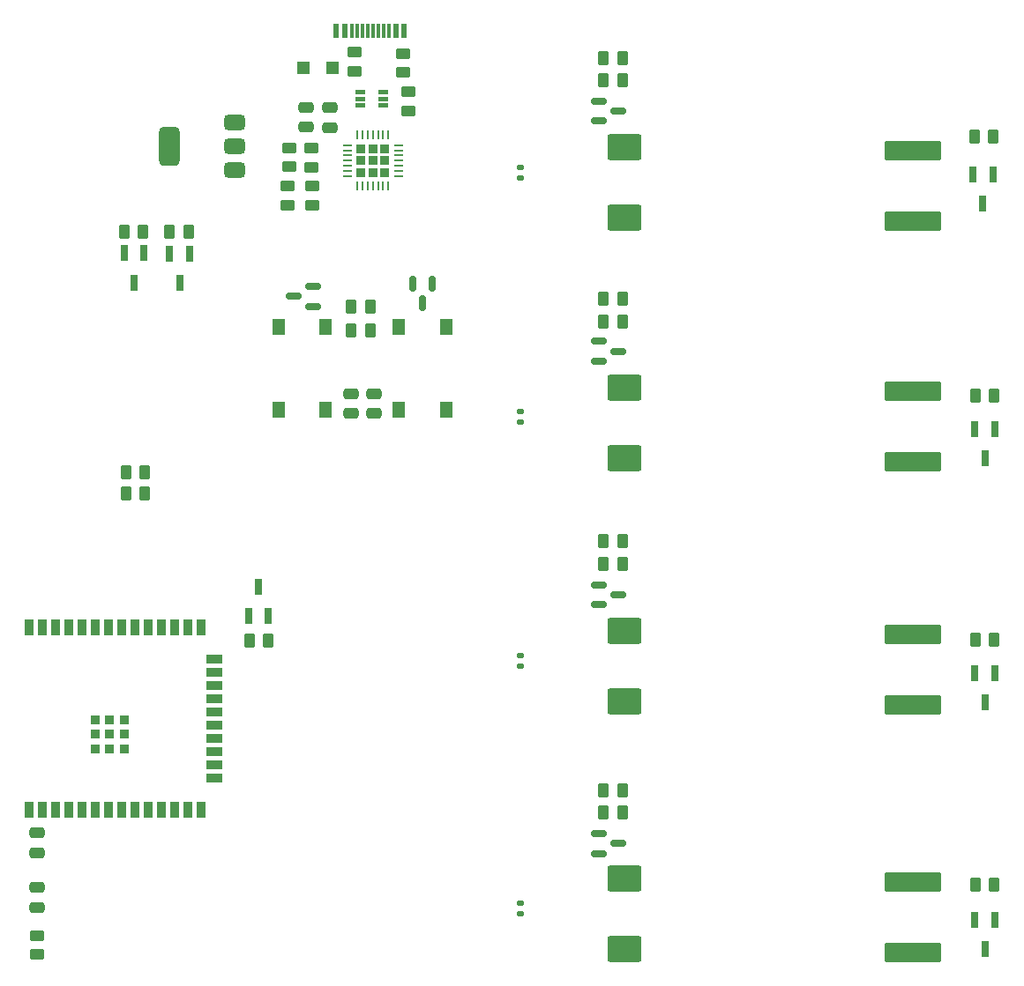
<source format=gtp>
G04 #@! TF.GenerationSoftware,KiCad,Pcbnew,9.0.2*
G04 #@! TF.CreationDate,2025-06-16T21:06:24+01:00*
G04 #@! TF.ProjectId,WS2812B_strip_driver_wled,57533238-3132-4425-9f73-747269705f64,rev?*
G04 #@! TF.SameCoordinates,Original*
G04 #@! TF.FileFunction,Paste,Top*
G04 #@! TF.FilePolarity,Positive*
%FSLAX46Y46*%
G04 Gerber Fmt 4.6, Leading zero omitted, Abs format (unit mm)*
G04 Created by KiCad (PCBNEW 9.0.2) date 2025-06-16 21:06:24*
%MOMM*%
%LPD*%
G01*
G04 APERTURE LIST*
G04 Aperture macros list*
%AMRoundRect*
0 Rectangle with rounded corners*
0 $1 Rounding radius*
0 $2 $3 $4 $5 $6 $7 $8 $9 X,Y pos of 4 corners*
0 Add a 4 corners polygon primitive as box body*
4,1,4,$2,$3,$4,$5,$6,$7,$8,$9,$2,$3,0*
0 Add four circle primitives for the rounded corners*
1,1,$1+$1,$2,$3*
1,1,$1+$1,$4,$5*
1,1,$1+$1,$6,$7*
1,1,$1+$1,$8,$9*
0 Add four rect primitives between the rounded corners*
20,1,$1+$1,$2,$3,$4,$5,0*
20,1,$1+$1,$4,$5,$6,$7,0*
20,1,$1+$1,$6,$7,$8,$9,0*
20,1,$1+$1,$8,$9,$2,$3,0*%
G04 Aperture macros list end*
%ADD10C,0.010000*%
%ADD11RoundRect,0.150000X-0.587500X-0.150000X0.587500X-0.150000X0.587500X0.150000X-0.587500X0.150000X0*%
%ADD12RoundRect,0.250000X-0.262500X-0.450000X0.262500X-0.450000X0.262500X0.450000X-0.262500X0.450000X0*%
%ADD13RoundRect,0.250000X0.262500X0.450000X-0.262500X0.450000X-0.262500X-0.450000X0.262500X-0.450000X0*%
%ADD14RoundRect,0.250000X1.400000X1.000000X-1.400000X1.000000X-1.400000X-1.000000X1.400000X-1.000000X0*%
%ADD15R,0.800000X1.500000*%
%ADD16RoundRect,0.250000X2.475000X-0.712500X2.475000X0.712500X-2.475000X0.712500X-2.475000X-0.712500X0*%
%ADD17R,1.300000X1.550000*%
%ADD18RoundRect,0.250000X-0.475000X0.250000X-0.475000X-0.250000X0.475000X-0.250000X0.475000X0.250000X0*%
%ADD19R,0.900000X1.500000*%
%ADD20R,1.500000X0.900000*%
%ADD21R,0.900000X0.900000*%
%ADD22RoundRect,0.250000X0.450000X-0.262500X0.450000X0.262500X-0.450000X0.262500X-0.450000X-0.262500X0*%
%ADD23RoundRect,0.250000X-0.450000X0.262500X-0.450000X-0.262500X0.450000X-0.262500X0.450000X0.262500X0*%
%ADD24R,0.600000X1.450000*%
%ADD25R,0.300000X1.450000*%
%ADD26RoundRect,0.375000X0.625000X0.375000X-0.625000X0.375000X-0.625000X-0.375000X0.625000X-0.375000X0*%
%ADD27RoundRect,0.500000X0.500000X1.400000X-0.500000X1.400000X-0.500000X-1.400000X0.500000X-1.400000X0*%
%ADD28RoundRect,0.250000X0.475000X-0.250000X0.475000X0.250000X-0.475000X0.250000X-0.475000X-0.250000X0*%
%ADD29RoundRect,0.135000X0.185000X-0.135000X0.185000X0.135000X-0.185000X0.135000X-0.185000X-0.135000X0*%
%ADD30RoundRect,0.225000X-0.225000X0.225000X-0.225000X-0.225000X0.225000X-0.225000X0.225000X0.225000X0*%
%ADD31RoundRect,0.062500X-0.062500X0.337500X-0.062500X-0.337500X0.062500X-0.337500X0.062500X0.337500X0*%
%ADD32RoundRect,0.062500X-0.337500X0.062500X-0.337500X-0.062500X0.337500X-0.062500X0.337500X0.062500X0*%
%ADD33RoundRect,0.150000X-0.150000X0.587500X-0.150000X-0.587500X0.150000X-0.587500X0.150000X0.587500X0*%
%ADD34RoundRect,0.150000X0.587500X0.150000X-0.587500X0.150000X-0.587500X-0.150000X0.587500X-0.150000X0*%
%ADD35R,1.200000X1.200000*%
G04 APERTURE END LIST*
D10*
G04 #@! TO.C,D11*
X53265000Y-88315000D02*
X52415000Y-88315000D01*
X52415000Y-87965000D01*
X53265000Y-87965000D01*
X53265000Y-88315000D01*
G36*
X53265000Y-88315000D02*
G01*
X52415000Y-88315000D01*
X52415000Y-87965000D01*
X53265000Y-87965000D01*
X53265000Y-88315000D01*
G37*
X53265000Y-88965000D02*
X52415000Y-88965000D01*
X52415000Y-88615000D01*
X53265000Y-88615000D01*
X53265000Y-88965000D01*
G36*
X53265000Y-88965000D02*
G01*
X52415000Y-88965000D01*
X52415000Y-88615000D01*
X53265000Y-88615000D01*
X53265000Y-88965000D01*
G37*
X53265000Y-89615000D02*
X52415000Y-89615000D01*
X52415000Y-89265000D01*
X53265000Y-89265000D01*
X53265000Y-89615000D01*
G36*
X53265000Y-89615000D02*
G01*
X52415000Y-89615000D01*
X52415000Y-89265000D01*
X53265000Y-89265000D01*
X53265000Y-89615000D01*
G37*
X55465000Y-88315000D02*
X54615000Y-88315000D01*
X54615000Y-87965000D01*
X55465000Y-87965000D01*
X55465000Y-88315000D01*
G36*
X55465000Y-88315000D02*
G01*
X54615000Y-88315000D01*
X54615000Y-87965000D01*
X55465000Y-87965000D01*
X55465000Y-88315000D01*
G37*
X55465000Y-88965000D02*
X54615000Y-88965000D01*
X54615000Y-88615000D01*
X55465000Y-88615000D01*
X55465000Y-88965000D01*
G36*
X55465000Y-88965000D02*
G01*
X54615000Y-88965000D01*
X54615000Y-88615000D01*
X55465000Y-88615000D01*
X55465000Y-88965000D01*
G37*
X55465000Y-89615000D02*
X54615000Y-89615000D01*
X54615000Y-89265000D01*
X55465000Y-89265000D01*
X55465000Y-89615000D01*
G36*
X55465000Y-89615000D02*
G01*
X54615000Y-89615000D01*
X54615000Y-89265000D01*
X55465000Y-89265000D01*
X55465000Y-89615000D01*
G37*
G04 #@! TD*
D11*
G04 #@! TO.C,Q1*
X75810000Y-89039503D03*
X75810000Y-90939503D03*
X77685000Y-89989503D03*
G04 #@! TD*
D12*
G04 #@! TO.C,R5*
X76227500Y-84959183D03*
X78052500Y-84959183D03*
G04 #@! TD*
D13*
G04 #@! TO.C,R1*
X78052500Y-87039503D03*
X76227500Y-87039503D03*
G04 #@! TD*
D14*
G04 #@! TO.C,D6*
X78225000Y-100239503D03*
X78225000Y-93439503D03*
G04 #@! TD*
D13*
G04 #@! TO.C,R12*
X113661208Y-92500091D03*
X111836208Y-92500091D03*
G04 #@! TD*
D15*
G04 #@! TO.C,D1*
X111711208Y-96060091D03*
X113611208Y-96060091D03*
X112661208Y-98860091D03*
G04 #@! TD*
D16*
G04 #@! TO.C,F1*
X105900000Y-100572003D03*
X105900000Y-93797003D03*
G04 #@! TD*
D12*
G04 #@! TO.C,R6*
X76227500Y-108059669D03*
X78052500Y-108059669D03*
G04 #@! TD*
D14*
G04 #@! TO.C,D7*
X78225000Y-123361336D03*
X78225000Y-116561336D03*
G04 #@! TD*
D15*
G04 #@! TO.C,D2*
X111890000Y-120579669D03*
X113790000Y-120579669D03*
X112840000Y-123379669D03*
G04 #@! TD*
D13*
G04 #@! TO.C,R2*
X78052500Y-110209669D03*
X76227500Y-110209669D03*
G04 #@! TD*
D16*
G04 #@! TO.C,F2*
X105900000Y-123693836D03*
X105900000Y-116918836D03*
G04 #@! TD*
D13*
G04 #@! TO.C,R11*
X113752500Y-117319669D03*
X111927500Y-117319669D03*
G04 #@! TD*
D11*
G04 #@! TO.C,Q2*
X75810000Y-112139669D03*
X75810000Y-114039669D03*
X77685000Y-113089669D03*
G04 #@! TD*
D15*
G04 #@! TO.C,D10*
X44070000Y-138530000D03*
X42170000Y-138530000D03*
X43120000Y-135730000D03*
G04 #@! TD*
D12*
G04 #@! TO.C,R7*
X76227500Y-131299834D03*
X78052500Y-131299834D03*
G04 #@! TD*
D17*
G04 #@! TO.C,SW2*
X56611595Y-118747172D03*
X56611595Y-110787172D03*
X61111595Y-118747172D03*
X61111595Y-110787172D03*
G04 #@! TD*
D18*
G04 #@! TO.C,C4*
X21840000Y-159355000D03*
X21840000Y-161255000D03*
G04 #@! TD*
D19*
G04 #@! TO.C,U1*
X21095000Y-157130000D03*
X22365000Y-157130000D03*
X23635000Y-157130000D03*
X24905000Y-157130000D03*
X26175000Y-157130000D03*
X27445000Y-157130000D03*
X28715000Y-157130000D03*
X29985000Y-157130000D03*
X31255000Y-157130000D03*
X32525000Y-157130000D03*
X33795000Y-157130000D03*
X35065000Y-157130000D03*
X36335000Y-157130000D03*
X37605000Y-157130000D03*
D20*
X38855000Y-154095000D03*
X38855000Y-152825000D03*
X38855000Y-151555000D03*
X38855000Y-150285000D03*
X38855000Y-149015000D03*
X38855000Y-147745000D03*
X38855000Y-146475000D03*
X38855000Y-145205000D03*
X38855000Y-143935000D03*
X38855000Y-142665000D03*
D19*
X37605000Y-139630000D03*
X36335000Y-139630000D03*
X35065000Y-139630000D03*
X33795000Y-139630000D03*
X32525000Y-139630000D03*
X31255000Y-139630000D03*
X29985000Y-139630000D03*
X28715000Y-139630000D03*
X27445000Y-139630000D03*
X26175000Y-139630000D03*
X24905000Y-139630000D03*
X23635000Y-139630000D03*
X22365000Y-139630000D03*
X21095000Y-139630000D03*
D21*
X27415000Y-151280000D03*
X28815000Y-151280000D03*
X30215000Y-151280000D03*
X27415000Y-149880000D03*
X28815000Y-149880000D03*
X30215000Y-149880000D03*
X27415000Y-148480000D03*
X28815000Y-148480000D03*
X30215000Y-148480000D03*
G04 #@! TD*
D16*
G04 #@! TO.C,F4*
X105900000Y-170860000D03*
X105900000Y-164085000D03*
G04 #@! TD*
D22*
G04 #@! TO.C,R17*
X48252500Y-99062500D03*
X48252500Y-97237500D03*
G04 #@! TD*
D13*
G04 #@! TO.C,R19*
X53851595Y-108802172D03*
X52026595Y-108802172D03*
G04 #@! TD*
G04 #@! TO.C,R8*
X78052500Y-155280000D03*
X76227500Y-155280000D03*
G04 #@! TD*
D23*
G04 #@! TO.C,R27*
X56990000Y-84462500D03*
X56990000Y-86287500D03*
G04 #@! TD*
D24*
G04 #@! TO.C,J8*
X57100000Y-82270000D03*
X56300000Y-82270000D03*
D25*
X55100000Y-82270000D03*
X54100000Y-82270000D03*
X53600000Y-82270000D03*
X52600000Y-82270000D03*
D24*
X51400000Y-82270000D03*
X50600000Y-82270000D03*
X50600000Y-82270000D03*
X51400000Y-82270000D03*
D25*
X52100000Y-82270000D03*
X53100000Y-82270000D03*
X54600000Y-82270000D03*
X55600000Y-82270000D03*
D24*
X56300000Y-82270000D03*
X57100000Y-82270000D03*
G04 #@! TD*
D23*
G04 #@! TO.C,R23*
X45900000Y-97237500D03*
X45900000Y-99062500D03*
G04 #@! TD*
D26*
G04 #@! TO.C,U2*
X40850000Y-95675000D03*
X40850000Y-93375000D03*
D27*
X34550000Y-93375000D03*
D26*
X40850000Y-91075000D03*
G04 #@! TD*
D14*
G04 #@! TO.C,D8*
X78225000Y-146746917D03*
X78225000Y-139946917D03*
G04 #@! TD*
D15*
G04 #@! TO.C,D13*
X34600000Y-103700000D03*
X36500000Y-103700000D03*
X35550000Y-106500000D03*
G04 #@! TD*
D12*
G04 #@! TO.C,R13*
X30201293Y-101594412D03*
X32026293Y-101594412D03*
G04 #@! TD*
D28*
G04 #@! TO.C,C5*
X47690000Y-91560000D03*
X47690000Y-89660000D03*
G04 #@! TD*
D29*
G04 #@! TO.C,R29*
X68220000Y-167130000D03*
X68220000Y-166110000D03*
G04 #@! TD*
D13*
G04 #@! TO.C,R3*
X78052500Y-133529834D03*
X76227500Y-133529834D03*
G04 #@! TD*
D30*
G04 #@! TO.C,U3*
X55210000Y-93655000D03*
X54090000Y-93655000D03*
X52970000Y-93655000D03*
X55210000Y-94775000D03*
X54090000Y-94775000D03*
X52970000Y-94775000D03*
X55210000Y-95895000D03*
X54090000Y-95895000D03*
X52970000Y-95895000D03*
D31*
X55590000Y-92325000D03*
X55090000Y-92325000D03*
X54590000Y-92325000D03*
X54090000Y-92325000D03*
X53590000Y-92325000D03*
X53090000Y-92325000D03*
X52590000Y-92325000D03*
D32*
X51640000Y-93275000D03*
X51640000Y-93775000D03*
X51640000Y-94275000D03*
X51640000Y-94775000D03*
X51640000Y-95275000D03*
X51640000Y-95775000D03*
X51640000Y-96275000D03*
D31*
X52590000Y-97225000D03*
X53090000Y-97225000D03*
X53590000Y-97225000D03*
X54090000Y-97225000D03*
X54590000Y-97225000D03*
X55090000Y-97225000D03*
X55590000Y-97225000D03*
D32*
X56540000Y-96275000D03*
X56540000Y-95775000D03*
X56540000Y-95275000D03*
X56540000Y-94775000D03*
X56540000Y-94275000D03*
X56540000Y-93775000D03*
X56540000Y-93275000D03*
G04 #@! TD*
D33*
G04 #@! TO.C,Q6*
X59799095Y-106629672D03*
X57899095Y-106629672D03*
X58849095Y-108504672D03*
G04 #@! TD*
D29*
G04 #@! TO.C,R25*
X68230000Y-119910000D03*
X68230000Y-118890000D03*
G04 #@! TD*
D34*
G04 #@! TO.C,Q5*
X48355000Y-108770000D03*
X48355000Y-106870000D03*
X46480000Y-107820000D03*
G04 #@! TD*
D15*
G04 #@! TO.C,D4*
X111890000Y-167720000D03*
X113790000Y-167720000D03*
X112840000Y-170520000D03*
G04 #@! TD*
D12*
G04 #@! TO.C,R10*
X111927500Y-140819834D03*
X113752500Y-140819834D03*
G04 #@! TD*
D13*
G04 #@! TO.C,R4*
X78052500Y-157430000D03*
X76227500Y-157430000D03*
G04 #@! TD*
D22*
G04 #@! TO.C,R14*
X57530000Y-90002500D03*
X57530000Y-88177500D03*
G04 #@! TD*
D28*
G04 #@! TO.C,C9*
X51980532Y-119067172D03*
X51980532Y-117167172D03*
G04 #@! TD*
D17*
G04 #@! TO.C,SW1*
X49580000Y-110787172D03*
X49580000Y-118747172D03*
X45080000Y-110787172D03*
X45080000Y-118747172D03*
G04 #@! TD*
D12*
G04 #@! TO.C,R41*
X34587500Y-101575000D03*
X36412500Y-101575000D03*
G04 #@! TD*
D23*
G04 #@! TO.C,R15*
X46070000Y-93547500D03*
X46070000Y-95372500D03*
G04 #@! TD*
D22*
G04 #@! TO.C,R18*
X21870000Y-171062500D03*
X21870000Y-169237500D03*
G04 #@! TD*
D12*
G04 #@! TO.C,R20*
X52026595Y-111127172D03*
X53851595Y-111127172D03*
G04 #@! TD*
D35*
G04 #@! TO.C,D12*
X47460000Y-85890000D03*
X50260000Y-85890000D03*
G04 #@! TD*
D15*
G04 #@! TO.C,D3*
X111890000Y-144049834D03*
X113790000Y-144049834D03*
X112840000Y-146849834D03*
G04 #@! TD*
D28*
G04 #@! TO.C,C8*
X54211063Y-119067172D03*
X54211063Y-117167172D03*
G04 #@! TD*
D29*
G04 #@! TO.C,R26*
X68230000Y-143310000D03*
X68230000Y-142290000D03*
G04 #@! TD*
D13*
G04 #@! TO.C,R42*
X44082500Y-140915000D03*
X42257500Y-140915000D03*
G04 #@! TD*
D28*
G04 #@! TO.C,C7*
X21865000Y-166505000D03*
X21865000Y-164605000D03*
G04 #@! TD*
D22*
G04 #@! TO.C,R16*
X48150000Y-95392500D03*
X48150000Y-93567500D03*
G04 #@! TD*
D12*
G04 #@! TO.C,R21*
X30380000Y-124740000D03*
X32205000Y-124740000D03*
G04 #@! TD*
D16*
G04 #@! TO.C,F3*
X105900000Y-147079417D03*
X105900000Y-140304417D03*
G04 #@! TD*
D23*
G04 #@! TO.C,R28*
X52320000Y-84337500D03*
X52320000Y-86162500D03*
G04 #@! TD*
D15*
G04 #@! TO.C,D5*
X30213793Y-103679412D03*
X32113793Y-103679412D03*
X31163793Y-106479412D03*
G04 #@! TD*
D14*
G04 #@! TO.C,D9*
X78225000Y-170527500D03*
X78225000Y-163727500D03*
G04 #@! TD*
D13*
G04 #@! TO.C,R9*
X113752500Y-164380000D03*
X111927500Y-164380000D03*
G04 #@! TD*
D12*
G04 #@! TO.C,R22*
X30380000Y-126765000D03*
X32205000Y-126765000D03*
G04 #@! TD*
D11*
G04 #@! TO.C,Q4*
X75810000Y-159450000D03*
X75810000Y-161350000D03*
X77685000Y-160400000D03*
G04 #@! TD*
D28*
G04 #@! TO.C,C6*
X49940000Y-91585000D03*
X49940000Y-89685000D03*
G04 #@! TD*
D11*
G04 #@! TO.C,Q3*
X75810000Y-135559834D03*
X75810000Y-137459834D03*
X77685000Y-136509834D03*
G04 #@! TD*
D29*
G04 #@! TO.C,R24*
X68220000Y-96440000D03*
X68220000Y-95420000D03*
G04 #@! TD*
M02*

</source>
